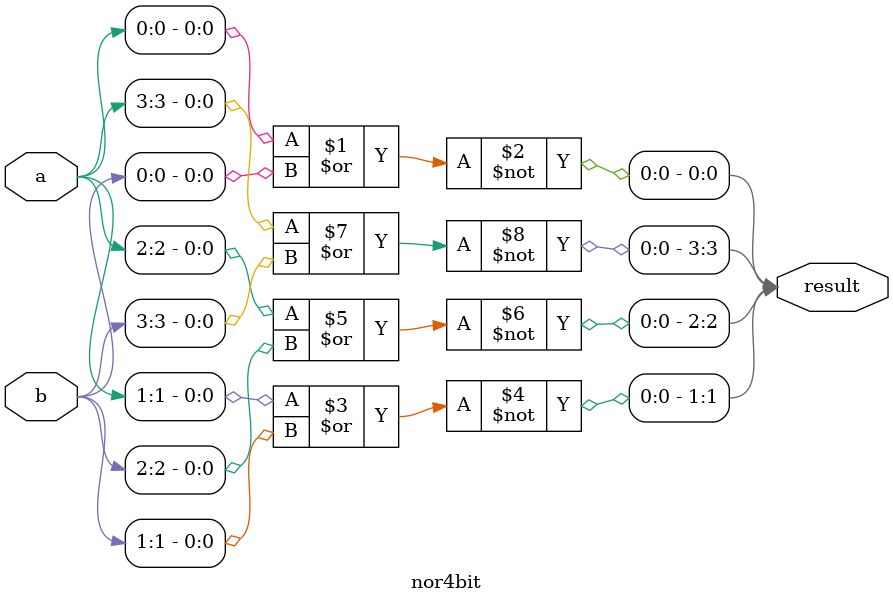
<source format=v>
module nor4bit(output[3:0] result, input[3:0] a, input[3:0] b);

nor nor1(result[0], a[0], b[0]);
nor nor2(result[1], a[1], b[1]);
nor nor3(result[2], a[2], b[2]);
nor nor4(result[3], a[3], b[3]);

endmodule
</source>
